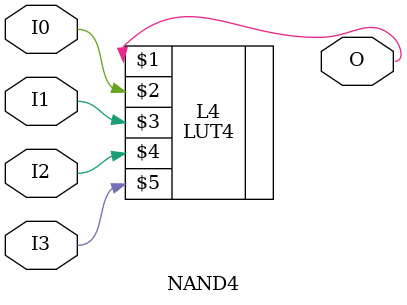
<source format=v>


`timescale  1 ps / 1 ps


module NAND4 (O, I0, I1, I2, I3);

    output O;

    input  I0, I1, I2, I3;

    LUT4 #(.INIT(16'h7FFF)) L4 (O, I0, I1, I2, I3);

endmodule

</source>
